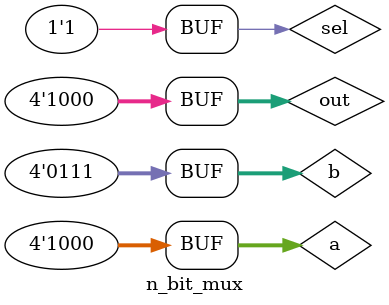
<source format=v>


module n_bit_mux;


reg [3:0]a;
reg [3:0]b;
reg sel;
wire [3:0] out;


initial begin
	$monitor ("$time=%0t | a=%b | b=%b | sel=%b | out=%b |",$time,a,b,sel,out);
	a=4'd8;
	b=4'd7;
	sel=0;#5;
	sel=1;


end
	genvar i;
	generate
		 for (i=0;i<4;i=i+1)begin:mux_1bit
			assign out[i]=sel?a[i]:b[i];
		end
	endgenerate





endmodule




</source>
